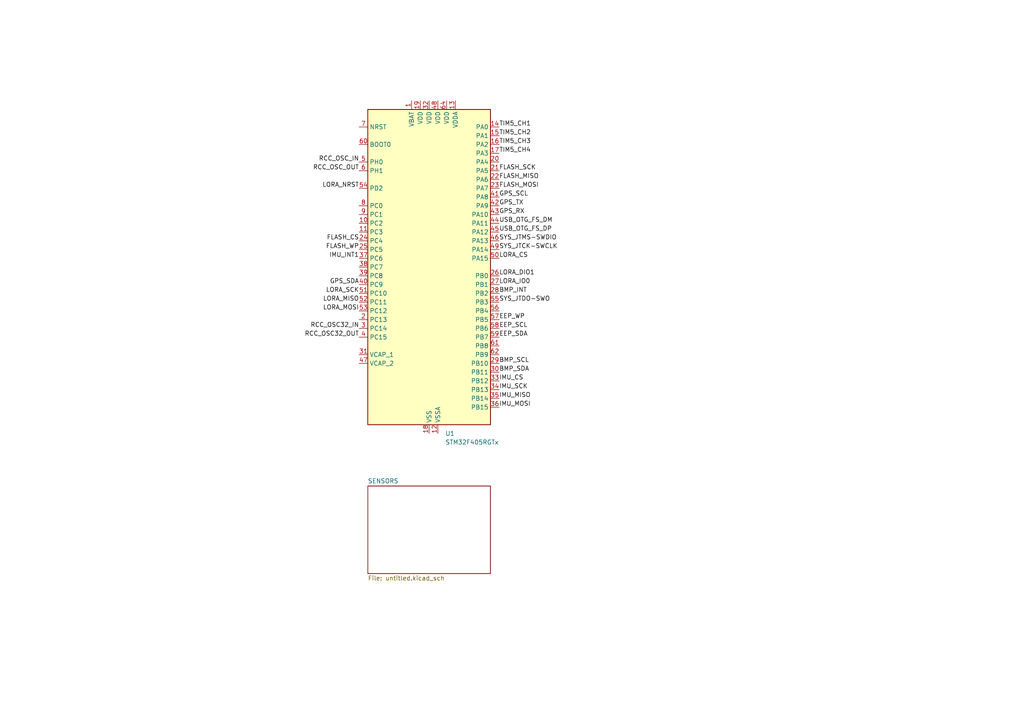
<source format=kicad_sch>
(kicad_sch (version 20250114) (generator "eeschema") (generator_version "9.0")
  (paper "A4")
  (lib_symbols
    (symbol "MCU_ST_STM32F4:STM32F405RGTx"
      (property "Reference" "U" (at -17.78 46.99 0))
      (property "Value" "STM32F405RGTx" (at 10.16 46.99 0))
      (symbol "STM32F405RGTx_0_1"
        (rectangle (start -17.78 -45.72) (end 17.78 45.72) (stroke (width 0.254)) (fill (type background)))
      )
      (symbol "STM32F405RGTx_1_1"
        (pin input line (at -20.32 40.64 0) (length 2.54) (name "NRST") (number "7"))
        (pin input line (at -20.32 35.56 0) (length 2.54) (name "BOOT0") (number "60"))
        (pin bidirectional line (at -20.32 30.48 0) (length 2.54) (name "PH0") (number "5"))
        (pin bidirectional line (at -20.32 27.94 0) (length 2.54) (name "PH1") (number "6"))
        (pin bidirectional line (at -20.32 22.86 0) (length 2.54) (name "PD2") (number "54"))
        (pin bidirectional line (at -20.32 17.78 0) (length 2.54) (name "PC0") (number "8"))
        (pin bidirectional line (at -20.32 15.24 0) (length 2.54) (name "PC1") (number "9"))
        (pin bidirectional line (at -20.32 12.7 0) (length 2.54) (name "PC2") (number "10"))
        (pin bidirectional line (at -20.32 10.16 0) (length 2.54) (name "PC3") (number "11"))
        (pin bidirectional line (at -20.32 7.62 0) (length 2.54) (name "PC4") (number "24"))
        (pin bidirectional line (at -20.32 5.08 0) (length 2.54) (name "PC5") (number "25"))
        (pin bidirectional line (at -20.32 2.54 0) (length 2.54) (name "PC6") (number "37"))
        (pin bidirectional line (at -20.32 0 0) (length 2.54) (name "PC7") (number "38"))
        (pin bidirectional line (at -20.32 -2.54 0) (length 2.54) (name "PC8") (number "39"))
        (pin bidirectional line (at -20.32 -5.08 0) (length 2.54) (name "PC9") (number "40"))
        (pin bidirectional line (at -20.32 -7.62 0) (length 2.54) (name "PC10") (number "51"))
        (pin bidirectional line (at -20.32 -10.16 0) (length 2.54) (name "PC11") (number "52"))
        (pin bidirectional line (at -20.32 -12.7 0) (length 2.54) (name "PC12") (number "53"))
        (pin bidirectional line (at -20.32 -15.24 0) (length 2.54) (name "PC13") (number "2"))
        (pin bidirectional line (at -20.32 -17.78 0) (length 2.54) (name "PC14") (number "3"))
        (pin bidirectional line (at -20.32 -20.32 0) (length 2.54) (name "PC15") (number "4"))
        (pin power_out line (at -20.32 -25.4 0) (length 2.54) (name "VCAP_1") (number "31"))
        (pin power_out line (at -20.32 -27.94 0) (length 2.54) (name "VCAP_2") (number "47"))
        (pin power_in line (at -5.08 48.26 270) (length 2.54) (name "VBAT") (number "1"))
        (pin power_in line (at -2.54 48.26 270) (length 2.54) (name "VDD") (number "19"))
        (pin power_in line (at 0 48.26 270) (length 2.54) (name "VDD") (number "32"))
        (pin power_in line (at 0 -48.26 90) (length 2.54) (name "VSS") (number "18"))
        (pin passive line (at 0 -48.26 90) (length 2.54) (hide yes) (name "VSS") (number "63"))
        (pin power_in line (at 2.54 48.26 270) (length 2.54) (name "VDD") (number "48"))
        (pin power_in line (at 2.54 -48.26 90) (length 2.54) (name "VSSA") (number "12"))
        (pin power_in line (at 5.08 48.26 270) (length 2.54) (name "VDD") (number "64"))
        (pin power_in line (at 7.62 48.26 270) (length 2.54) (name "VDDA") (number "13"))
        (pin bidirectional line (at 20.32 40.64 180) (length 2.54) (name "PA0") (number "14"))
        (pin bidirectional line (at 20.32 38.1 180) (length 2.54) (name "PA1") (number "15"))
        (pin bidirectional line (at 20.32 35.56 180) (length 2.54) (name "PA2") (number "16"))
        (pin bidirectional line (at 20.32 33.02 180) (length 2.54) (name "PA3") (number "17"))
        (pin bidirectional line (at 20.32 30.48 180) (length 2.54) (name "PA4") (number "20"))
        (pin bidirectional line (at 20.32 27.94 180) (length 2.54) (name "PA5") (number "21"))
        (pin bidirectional line (at 20.32 25.4 180) (length 2.54) (name "PA6") (number "22"))
        (pin bidirectional line (at 20.32 22.86 180) (length 2.54) (name "PA7") (number "23"))
        (pin bidirectional line (at 20.32 20.32 180) (length 2.54) (name "PA8") (number "41"))
        (pin bidirectional line (at 20.32 17.78 180) (length 2.54) (name "PA9") (number "42"))
        (pin bidirectional line (at 20.32 15.24 180) (length 2.54) (name "PA10") (number "43"))
        (pin bidirectional line (at 20.32 12.7 180) (length 2.54) (name "PA11") (number "44"))
        (pin bidirectional line (at 20.32 10.16 180) (length 2.54) (name "PA12") (number "45"))
        (pin bidirectional line (at 20.32 7.62 180) (length 2.54) (name "PA13") (number "46"))
        (pin bidirectional line (at 20.32 5.08 180) (length 2.54) (name "PA14") (number "49"))
        (pin bidirectional line (at 20.32 2.54 180) (length 2.54) (name "PA15") (number "50"))
        (pin bidirectional line (at 20.32 -2.54 180) (length 2.54) (name "PB0") (number "26"))
        (pin bidirectional line (at 20.32 -5.08 180) (length 2.54) (name "PB1") (number "27"))
        (pin bidirectional line (at 20.32 -7.62 180) (length 2.54) (name "PB2") (number "28"))
        (pin bidirectional line (at 20.32 -10.16 180) (length 2.54) (name "PB3") (number "55"))
        (pin bidirectional line (at 20.32 -12.7 180) (length 2.54) (name "PB4") (number "56"))
        (pin bidirectional line (at 20.32 -15.24 180) (length 2.54) (name "PB5") (number "57"))
        (pin bidirectional line (at 20.32 -17.78 180) (length 2.54) (name "PB6") (number "58"))
        (pin bidirectional line (at 20.32 -20.32 180) (length 2.54) (name "PB7") (number "59"))
        (pin bidirectional line (at 20.32 -22.86 180) (length 2.54) (name "PB8") (number "61"))
        (pin bidirectional line (at 20.32 -25.4 180) (length 2.54) (name "PB9") (number "62"))
        (pin bidirectional line (at 20.32 -27.94 180) (length 2.54) (name "PB10") (number "29"))
        (pin bidirectional line (at 20.32 -30.48 180) (length 2.54) (name "PB11") (number "30"))
        (pin bidirectional line (at 20.32 -33.02 180) (length 2.54) (name "PB12") (number "33"))
        (pin bidirectional line (at 20.32 -35.56 180) (length 2.54) (name "PB13") (number "34"))
        (pin bidirectional line (at 20.32 -38.1 180) (length 2.54) (name "PB14") (number "35"))
        (pin bidirectional line (at 20.32 -40.64 180) (length 2.54) (name "PB15") (number "36"))
      )
    )
  )
  (label "TIM5_CH1" (at 144.78 36.83 0))
  (label "LORA_DIO1" (at 144.78 80.01 0))
  (label "EEP_SCL" (at 144.78 95.25 0))
  (label "TIM5_CH2" (at 144.78 39.37 0))
  (label "IMU_SCK" (at 144.78 113.03 0))
  (label "LORA_NRST" (at 104.14 54.61 180))
  (label "GPS_SDA" (at 104.14 82.55 180))
  (label "LORA_MOSI" (at 104.14 90.17 180))
  (label "USB_OTG_FS_DM" (at 144.78 64.77 0))
  (label "BMP_SDA" (at 144.78 107.95 0))
  (label "EEP_WP" (at 144.78 92.71 0))
  (label "GPS_TX" (at 144.78 59.69 0))
  (label "RCC_OSC_OUT" (at 104.14 49.53 180))
  (label "IMU_MOSI" (at 144.78 118.11 0))
  (label "IMU_CS" (at 144.78 110.49 0))
  (label "SYS_JTDO-SWO" (at 144.78 87.63 0))
  (label "TIM5_CH3" (at 144.78 41.91 0))
  (label "EEP_SDA" (at 144.78 97.79 0))
  (label "FLASH_CS" (at 104.14 69.85 180))
  (label "LORA_CS" (at 144.78 74.93 0))
  (label "GPS_SCL" (at 144.78 57.15 0))
  (label "RCC_OSC_IN" (at 104.14 46.99 180))
  (label "USB_OTG_FS_DP" (at 144.78 67.31 0))
  (label "FLASH_MOSI" (at 144.78 54.61 0))
  (label "SYS_JTCK-SWCLK" (at 144.78 72.39 0))
  (label "RCC_OSC32_OUT" (at 104.14 97.79 180))
  (label "FLASH_WP" (at 104.14 72.39 180))
  (label "SYS_JTMS-SWDIO" (at 144.78 69.85 0))
  (label "RCC_OSC32_IN" (at 104.14 95.25 180))
  (label "BMP_INT" (at 144.78 85.09 0))
  (label "GPS_RX" (at 144.78 62.23 0))
  (label "BMP_SCL" (at 144.78 105.41 0))
  (label "TIM5_CH4" (at 144.78 44.45 0))
  (label "IMU_MISO" (at 144.78 115.57 0))
  (label "FLASH_SCK" (at 144.78 49.53 0))
  (label "LORA_IO0" (at 144.78 82.55 0))
  (label "IMU_INT1" (at 104.14 74.93 180))
  (label "LORA_MISO" (at 104.14 87.63 180))
  (label "FLASH_MISO" (at 144.78 52.07 0))
  (label "LORA_SCK" (at 104.14 85.09 180))
  (symbol (lib_id "MCU_ST_STM32F4:STM32F405RGTx") (at 124.46 77.47 0) (unit 1)
    (property "Reference" "U1" (at 129.1433 125.73 0) (effects (justify left)))
    (property "Value" "STM32F405RGTx" (at 129.1433 128.27 0) (effects (justify left)))
    (property "Footprint" "Package_QFP:LQFP-64_10x10mm_P0.5mm" (effects (hide yes)))
    (property "Datasheet" "https://www.st.com/resource/en/datasheet/stm32f405rg.pdf" (effects (hide yes)))
    (property "Description" "STMicroelectronics Arm Cortex-M4 MCU, 1024KB flash, 192KB RAM, 168 MHz, 1.8-3.6V, 51 GPIO, LQFP64" (effects (hide yes)))
  )
  (sheet (at 106.68 140.97) (size 35.56 25.4) (stroke (width 0.1524))
    (property "Sheetname" "SENSORS" (at 106.68 140.2584 0) (effects (justify left bottom)))
    (property "Sheetfile" "untitled.kicad_sch" (at 106.68 166.9546 0) (effects (justify left top)))
  )
)
</source>
